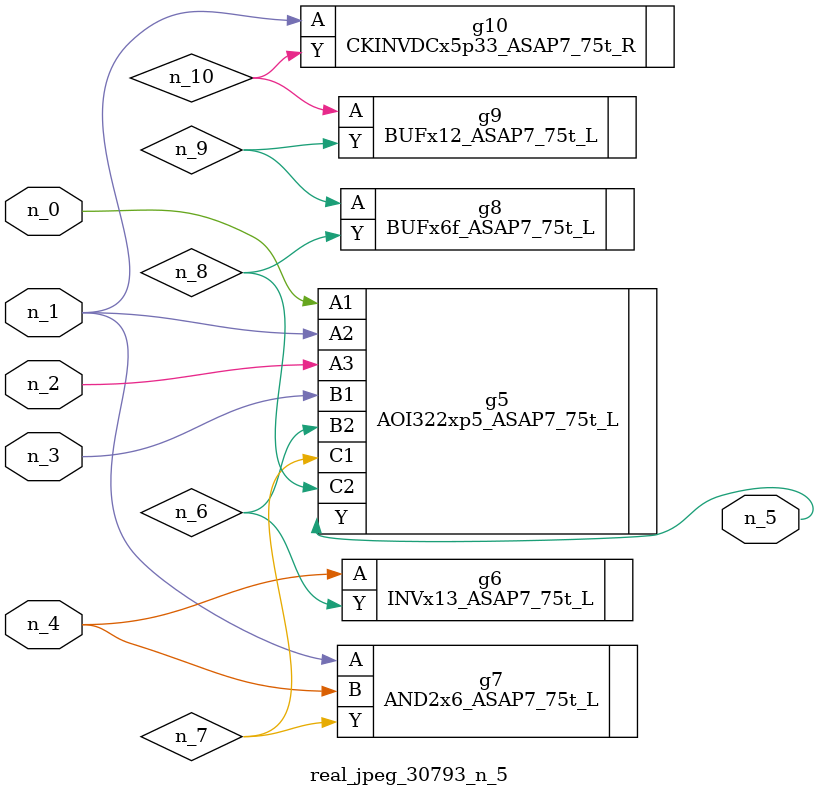
<source format=v>
module real_jpeg_30793_n_5 (n_4, n_0, n_1, n_2, n_3, n_5);

input n_4;
input n_0;
input n_1;
input n_2;
input n_3;

output n_5;

wire n_8;
wire n_6;
wire n_7;
wire n_10;
wire n_9;

AOI322xp5_ASAP7_75t_L g5 ( 
.A1(n_0),
.A2(n_1),
.A3(n_2),
.B1(n_3),
.B2(n_6),
.C1(n_7),
.C2(n_8),
.Y(n_5)
);

AND2x6_ASAP7_75t_L g7 ( 
.A(n_1),
.B(n_4),
.Y(n_7)
);

CKINVDCx5p33_ASAP7_75t_R g10 ( 
.A(n_1),
.Y(n_10)
);

INVx13_ASAP7_75t_L g6 ( 
.A(n_4),
.Y(n_6)
);

BUFx6f_ASAP7_75t_L g8 ( 
.A(n_9),
.Y(n_8)
);

BUFx12_ASAP7_75t_L g9 ( 
.A(n_10),
.Y(n_9)
);


endmodule
</source>
